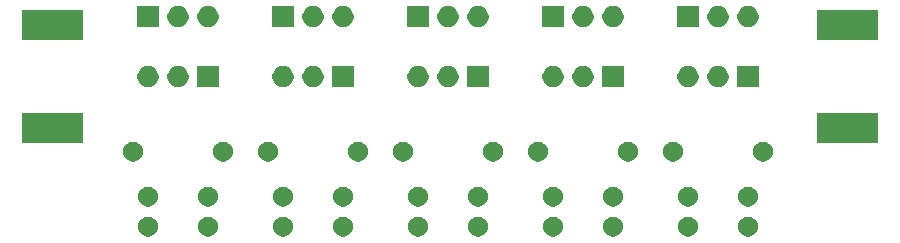
<source format=gbr>
G04 #@! TF.GenerationSoftware,KiCad,Pcbnew,(5.1.5)-3*
G04 #@! TF.CreationDate,2020-04-03T09:15:43-04:00*
G04 #@! TF.ProjectId,Project,50726f6a-6563-4742-9e6b-696361645f70,rev?*
G04 #@! TF.SameCoordinates,Original*
G04 #@! TF.FileFunction,Soldermask,Bot*
G04 #@! TF.FilePolarity,Negative*
%FSLAX46Y46*%
G04 Gerber Fmt 4.6, Leading zero omitted, Abs format (unit mm)*
G04 Created by KiCad (PCBNEW (5.1.5)-3) date 2020-04-03 09:15:43*
%MOMM*%
%LPD*%
G04 APERTURE LIST*
%ADD10C,0.100000*%
G04 APERTURE END LIST*
D10*
G36*
X137408228Y-131261703D02*
G01*
X137563100Y-131325853D01*
X137702481Y-131418985D01*
X137821015Y-131537519D01*
X137914147Y-131676900D01*
X137978297Y-131831772D01*
X138011000Y-131996184D01*
X138011000Y-132163816D01*
X137978297Y-132328228D01*
X137914147Y-132483100D01*
X137821015Y-132622481D01*
X137702481Y-132741015D01*
X137563100Y-132834147D01*
X137408228Y-132898297D01*
X137243816Y-132931000D01*
X137076184Y-132931000D01*
X136911772Y-132898297D01*
X136756900Y-132834147D01*
X136617519Y-132741015D01*
X136498985Y-132622481D01*
X136405853Y-132483100D01*
X136341703Y-132328228D01*
X136309000Y-132163816D01*
X136309000Y-131996184D01*
X136341703Y-131831772D01*
X136405853Y-131676900D01*
X136498985Y-131537519D01*
X136617519Y-131418985D01*
X136756900Y-131325853D01*
X136911772Y-131261703D01*
X137076184Y-131229000D01*
X137243816Y-131229000D01*
X137408228Y-131261703D01*
G37*
G36*
X176778228Y-131261703D02*
G01*
X176933100Y-131325853D01*
X177072481Y-131418985D01*
X177191015Y-131537519D01*
X177284147Y-131676900D01*
X177348297Y-131831772D01*
X177381000Y-131996184D01*
X177381000Y-132163816D01*
X177348297Y-132328228D01*
X177284147Y-132483100D01*
X177191015Y-132622481D01*
X177072481Y-132741015D01*
X176933100Y-132834147D01*
X176778228Y-132898297D01*
X176613816Y-132931000D01*
X176446184Y-132931000D01*
X176281772Y-132898297D01*
X176126900Y-132834147D01*
X175987519Y-132741015D01*
X175868985Y-132622481D01*
X175775853Y-132483100D01*
X175711703Y-132328228D01*
X175679000Y-132163816D01*
X175679000Y-131996184D01*
X175711703Y-131831772D01*
X175775853Y-131676900D01*
X175868985Y-131537519D01*
X175987519Y-131418985D01*
X176126900Y-131325853D01*
X176281772Y-131261703D01*
X176446184Y-131229000D01*
X176613816Y-131229000D01*
X176778228Y-131261703D01*
G37*
G36*
X148838228Y-131261703D02*
G01*
X148993100Y-131325853D01*
X149132481Y-131418985D01*
X149251015Y-131537519D01*
X149344147Y-131676900D01*
X149408297Y-131831772D01*
X149441000Y-131996184D01*
X149441000Y-132163816D01*
X149408297Y-132328228D01*
X149344147Y-132483100D01*
X149251015Y-132622481D01*
X149132481Y-132741015D01*
X148993100Y-132834147D01*
X148838228Y-132898297D01*
X148673816Y-132931000D01*
X148506184Y-132931000D01*
X148341772Y-132898297D01*
X148186900Y-132834147D01*
X148047519Y-132741015D01*
X147928985Y-132622481D01*
X147835853Y-132483100D01*
X147771703Y-132328228D01*
X147739000Y-132163816D01*
X147739000Y-131996184D01*
X147771703Y-131831772D01*
X147835853Y-131676900D01*
X147928985Y-131537519D01*
X148047519Y-131418985D01*
X148186900Y-131325853D01*
X148341772Y-131261703D01*
X148506184Y-131229000D01*
X148673816Y-131229000D01*
X148838228Y-131261703D01*
G37*
G36*
X142488228Y-131261703D02*
G01*
X142643100Y-131325853D01*
X142782481Y-131418985D01*
X142901015Y-131537519D01*
X142994147Y-131676900D01*
X143058297Y-131831772D01*
X143091000Y-131996184D01*
X143091000Y-132163816D01*
X143058297Y-132328228D01*
X142994147Y-132483100D01*
X142901015Y-132622481D01*
X142782481Y-132741015D01*
X142643100Y-132834147D01*
X142488228Y-132898297D01*
X142323816Y-132931000D01*
X142156184Y-132931000D01*
X141991772Y-132898297D01*
X141836900Y-132834147D01*
X141697519Y-132741015D01*
X141578985Y-132622481D01*
X141485853Y-132483100D01*
X141421703Y-132328228D01*
X141389000Y-132163816D01*
X141389000Y-131996184D01*
X141421703Y-131831772D01*
X141485853Y-131676900D01*
X141578985Y-131537519D01*
X141697519Y-131418985D01*
X141836900Y-131325853D01*
X141991772Y-131261703D01*
X142156184Y-131229000D01*
X142323816Y-131229000D01*
X142488228Y-131261703D01*
G37*
G36*
X188208228Y-131261703D02*
G01*
X188363100Y-131325853D01*
X188502481Y-131418985D01*
X188621015Y-131537519D01*
X188714147Y-131676900D01*
X188778297Y-131831772D01*
X188811000Y-131996184D01*
X188811000Y-132163816D01*
X188778297Y-132328228D01*
X188714147Y-132483100D01*
X188621015Y-132622481D01*
X188502481Y-132741015D01*
X188363100Y-132834147D01*
X188208228Y-132898297D01*
X188043816Y-132931000D01*
X187876184Y-132931000D01*
X187711772Y-132898297D01*
X187556900Y-132834147D01*
X187417519Y-132741015D01*
X187298985Y-132622481D01*
X187205853Y-132483100D01*
X187141703Y-132328228D01*
X187109000Y-132163816D01*
X187109000Y-131996184D01*
X187141703Y-131831772D01*
X187205853Y-131676900D01*
X187298985Y-131537519D01*
X187417519Y-131418985D01*
X187556900Y-131325853D01*
X187711772Y-131261703D01*
X187876184Y-131229000D01*
X188043816Y-131229000D01*
X188208228Y-131261703D01*
G37*
G36*
X153918228Y-131261703D02*
G01*
X154073100Y-131325853D01*
X154212481Y-131418985D01*
X154331015Y-131537519D01*
X154424147Y-131676900D01*
X154488297Y-131831772D01*
X154521000Y-131996184D01*
X154521000Y-132163816D01*
X154488297Y-132328228D01*
X154424147Y-132483100D01*
X154331015Y-132622481D01*
X154212481Y-132741015D01*
X154073100Y-132834147D01*
X153918228Y-132898297D01*
X153753816Y-132931000D01*
X153586184Y-132931000D01*
X153421772Y-132898297D01*
X153266900Y-132834147D01*
X153127519Y-132741015D01*
X153008985Y-132622481D01*
X152915853Y-132483100D01*
X152851703Y-132328228D01*
X152819000Y-132163816D01*
X152819000Y-131996184D01*
X152851703Y-131831772D01*
X152915853Y-131676900D01*
X153008985Y-131537519D01*
X153127519Y-131418985D01*
X153266900Y-131325853D01*
X153421772Y-131261703D01*
X153586184Y-131229000D01*
X153753816Y-131229000D01*
X153918228Y-131261703D01*
G37*
G36*
X160268228Y-131261703D02*
G01*
X160423100Y-131325853D01*
X160562481Y-131418985D01*
X160681015Y-131537519D01*
X160774147Y-131676900D01*
X160838297Y-131831772D01*
X160871000Y-131996184D01*
X160871000Y-132163816D01*
X160838297Y-132328228D01*
X160774147Y-132483100D01*
X160681015Y-132622481D01*
X160562481Y-132741015D01*
X160423100Y-132834147D01*
X160268228Y-132898297D01*
X160103816Y-132931000D01*
X159936184Y-132931000D01*
X159771772Y-132898297D01*
X159616900Y-132834147D01*
X159477519Y-132741015D01*
X159358985Y-132622481D01*
X159265853Y-132483100D01*
X159201703Y-132328228D01*
X159169000Y-132163816D01*
X159169000Y-131996184D01*
X159201703Y-131831772D01*
X159265853Y-131676900D01*
X159358985Y-131537519D01*
X159477519Y-131418985D01*
X159616900Y-131325853D01*
X159771772Y-131261703D01*
X159936184Y-131229000D01*
X160103816Y-131229000D01*
X160268228Y-131261703D01*
G37*
G36*
X171698228Y-131261703D02*
G01*
X171853100Y-131325853D01*
X171992481Y-131418985D01*
X172111015Y-131537519D01*
X172204147Y-131676900D01*
X172268297Y-131831772D01*
X172301000Y-131996184D01*
X172301000Y-132163816D01*
X172268297Y-132328228D01*
X172204147Y-132483100D01*
X172111015Y-132622481D01*
X171992481Y-132741015D01*
X171853100Y-132834147D01*
X171698228Y-132898297D01*
X171533816Y-132931000D01*
X171366184Y-132931000D01*
X171201772Y-132898297D01*
X171046900Y-132834147D01*
X170907519Y-132741015D01*
X170788985Y-132622481D01*
X170695853Y-132483100D01*
X170631703Y-132328228D01*
X170599000Y-132163816D01*
X170599000Y-131996184D01*
X170631703Y-131831772D01*
X170695853Y-131676900D01*
X170788985Y-131537519D01*
X170907519Y-131418985D01*
X171046900Y-131325853D01*
X171201772Y-131261703D01*
X171366184Y-131229000D01*
X171533816Y-131229000D01*
X171698228Y-131261703D01*
G37*
G36*
X165348228Y-131261703D02*
G01*
X165503100Y-131325853D01*
X165642481Y-131418985D01*
X165761015Y-131537519D01*
X165854147Y-131676900D01*
X165918297Y-131831772D01*
X165951000Y-131996184D01*
X165951000Y-132163816D01*
X165918297Y-132328228D01*
X165854147Y-132483100D01*
X165761015Y-132622481D01*
X165642481Y-132741015D01*
X165503100Y-132834147D01*
X165348228Y-132898297D01*
X165183816Y-132931000D01*
X165016184Y-132931000D01*
X164851772Y-132898297D01*
X164696900Y-132834147D01*
X164557519Y-132741015D01*
X164438985Y-132622481D01*
X164345853Y-132483100D01*
X164281703Y-132328228D01*
X164249000Y-132163816D01*
X164249000Y-131996184D01*
X164281703Y-131831772D01*
X164345853Y-131676900D01*
X164438985Y-131537519D01*
X164557519Y-131418985D01*
X164696900Y-131325853D01*
X164851772Y-131261703D01*
X165016184Y-131229000D01*
X165183816Y-131229000D01*
X165348228Y-131261703D01*
G37*
G36*
X183128228Y-131261703D02*
G01*
X183283100Y-131325853D01*
X183422481Y-131418985D01*
X183541015Y-131537519D01*
X183634147Y-131676900D01*
X183698297Y-131831772D01*
X183731000Y-131996184D01*
X183731000Y-132163816D01*
X183698297Y-132328228D01*
X183634147Y-132483100D01*
X183541015Y-132622481D01*
X183422481Y-132741015D01*
X183283100Y-132834147D01*
X183128228Y-132898297D01*
X182963816Y-132931000D01*
X182796184Y-132931000D01*
X182631772Y-132898297D01*
X182476900Y-132834147D01*
X182337519Y-132741015D01*
X182218985Y-132622481D01*
X182125853Y-132483100D01*
X182061703Y-132328228D01*
X182029000Y-132163816D01*
X182029000Y-131996184D01*
X182061703Y-131831772D01*
X182125853Y-131676900D01*
X182218985Y-131537519D01*
X182337519Y-131418985D01*
X182476900Y-131325853D01*
X182631772Y-131261703D01*
X182796184Y-131229000D01*
X182963816Y-131229000D01*
X183128228Y-131261703D01*
G37*
G36*
X137408228Y-128721703D02*
G01*
X137563100Y-128785853D01*
X137702481Y-128878985D01*
X137821015Y-128997519D01*
X137914147Y-129136900D01*
X137978297Y-129291772D01*
X138011000Y-129456184D01*
X138011000Y-129623816D01*
X137978297Y-129788228D01*
X137914147Y-129943100D01*
X137821015Y-130082481D01*
X137702481Y-130201015D01*
X137563100Y-130294147D01*
X137408228Y-130358297D01*
X137243816Y-130391000D01*
X137076184Y-130391000D01*
X136911772Y-130358297D01*
X136756900Y-130294147D01*
X136617519Y-130201015D01*
X136498985Y-130082481D01*
X136405853Y-129943100D01*
X136341703Y-129788228D01*
X136309000Y-129623816D01*
X136309000Y-129456184D01*
X136341703Y-129291772D01*
X136405853Y-129136900D01*
X136498985Y-128997519D01*
X136617519Y-128878985D01*
X136756900Y-128785853D01*
X136911772Y-128721703D01*
X137076184Y-128689000D01*
X137243816Y-128689000D01*
X137408228Y-128721703D01*
G37*
G36*
X183128228Y-128721703D02*
G01*
X183283100Y-128785853D01*
X183422481Y-128878985D01*
X183541015Y-128997519D01*
X183634147Y-129136900D01*
X183698297Y-129291772D01*
X183731000Y-129456184D01*
X183731000Y-129623816D01*
X183698297Y-129788228D01*
X183634147Y-129943100D01*
X183541015Y-130082481D01*
X183422481Y-130201015D01*
X183283100Y-130294147D01*
X183128228Y-130358297D01*
X182963816Y-130391000D01*
X182796184Y-130391000D01*
X182631772Y-130358297D01*
X182476900Y-130294147D01*
X182337519Y-130201015D01*
X182218985Y-130082481D01*
X182125853Y-129943100D01*
X182061703Y-129788228D01*
X182029000Y-129623816D01*
X182029000Y-129456184D01*
X182061703Y-129291772D01*
X182125853Y-129136900D01*
X182218985Y-128997519D01*
X182337519Y-128878985D01*
X182476900Y-128785853D01*
X182631772Y-128721703D01*
X182796184Y-128689000D01*
X182963816Y-128689000D01*
X183128228Y-128721703D01*
G37*
G36*
X148838228Y-128721703D02*
G01*
X148993100Y-128785853D01*
X149132481Y-128878985D01*
X149251015Y-128997519D01*
X149344147Y-129136900D01*
X149408297Y-129291772D01*
X149441000Y-129456184D01*
X149441000Y-129623816D01*
X149408297Y-129788228D01*
X149344147Y-129943100D01*
X149251015Y-130082481D01*
X149132481Y-130201015D01*
X148993100Y-130294147D01*
X148838228Y-130358297D01*
X148673816Y-130391000D01*
X148506184Y-130391000D01*
X148341772Y-130358297D01*
X148186900Y-130294147D01*
X148047519Y-130201015D01*
X147928985Y-130082481D01*
X147835853Y-129943100D01*
X147771703Y-129788228D01*
X147739000Y-129623816D01*
X147739000Y-129456184D01*
X147771703Y-129291772D01*
X147835853Y-129136900D01*
X147928985Y-128997519D01*
X148047519Y-128878985D01*
X148186900Y-128785853D01*
X148341772Y-128721703D01*
X148506184Y-128689000D01*
X148673816Y-128689000D01*
X148838228Y-128721703D01*
G37*
G36*
X142488228Y-128721703D02*
G01*
X142643100Y-128785853D01*
X142782481Y-128878985D01*
X142901015Y-128997519D01*
X142994147Y-129136900D01*
X143058297Y-129291772D01*
X143091000Y-129456184D01*
X143091000Y-129623816D01*
X143058297Y-129788228D01*
X142994147Y-129943100D01*
X142901015Y-130082481D01*
X142782481Y-130201015D01*
X142643100Y-130294147D01*
X142488228Y-130358297D01*
X142323816Y-130391000D01*
X142156184Y-130391000D01*
X141991772Y-130358297D01*
X141836900Y-130294147D01*
X141697519Y-130201015D01*
X141578985Y-130082481D01*
X141485853Y-129943100D01*
X141421703Y-129788228D01*
X141389000Y-129623816D01*
X141389000Y-129456184D01*
X141421703Y-129291772D01*
X141485853Y-129136900D01*
X141578985Y-128997519D01*
X141697519Y-128878985D01*
X141836900Y-128785853D01*
X141991772Y-128721703D01*
X142156184Y-128689000D01*
X142323816Y-128689000D01*
X142488228Y-128721703D01*
G37*
G36*
X153918228Y-128721703D02*
G01*
X154073100Y-128785853D01*
X154212481Y-128878985D01*
X154331015Y-128997519D01*
X154424147Y-129136900D01*
X154488297Y-129291772D01*
X154521000Y-129456184D01*
X154521000Y-129623816D01*
X154488297Y-129788228D01*
X154424147Y-129943100D01*
X154331015Y-130082481D01*
X154212481Y-130201015D01*
X154073100Y-130294147D01*
X153918228Y-130358297D01*
X153753816Y-130391000D01*
X153586184Y-130391000D01*
X153421772Y-130358297D01*
X153266900Y-130294147D01*
X153127519Y-130201015D01*
X153008985Y-130082481D01*
X152915853Y-129943100D01*
X152851703Y-129788228D01*
X152819000Y-129623816D01*
X152819000Y-129456184D01*
X152851703Y-129291772D01*
X152915853Y-129136900D01*
X153008985Y-128997519D01*
X153127519Y-128878985D01*
X153266900Y-128785853D01*
X153421772Y-128721703D01*
X153586184Y-128689000D01*
X153753816Y-128689000D01*
X153918228Y-128721703D01*
G37*
G36*
X160268228Y-128721703D02*
G01*
X160423100Y-128785853D01*
X160562481Y-128878985D01*
X160681015Y-128997519D01*
X160774147Y-129136900D01*
X160838297Y-129291772D01*
X160871000Y-129456184D01*
X160871000Y-129623816D01*
X160838297Y-129788228D01*
X160774147Y-129943100D01*
X160681015Y-130082481D01*
X160562481Y-130201015D01*
X160423100Y-130294147D01*
X160268228Y-130358297D01*
X160103816Y-130391000D01*
X159936184Y-130391000D01*
X159771772Y-130358297D01*
X159616900Y-130294147D01*
X159477519Y-130201015D01*
X159358985Y-130082481D01*
X159265853Y-129943100D01*
X159201703Y-129788228D01*
X159169000Y-129623816D01*
X159169000Y-129456184D01*
X159201703Y-129291772D01*
X159265853Y-129136900D01*
X159358985Y-128997519D01*
X159477519Y-128878985D01*
X159616900Y-128785853D01*
X159771772Y-128721703D01*
X159936184Y-128689000D01*
X160103816Y-128689000D01*
X160268228Y-128721703D01*
G37*
G36*
X188208228Y-128721703D02*
G01*
X188363100Y-128785853D01*
X188502481Y-128878985D01*
X188621015Y-128997519D01*
X188714147Y-129136900D01*
X188778297Y-129291772D01*
X188811000Y-129456184D01*
X188811000Y-129623816D01*
X188778297Y-129788228D01*
X188714147Y-129943100D01*
X188621015Y-130082481D01*
X188502481Y-130201015D01*
X188363100Y-130294147D01*
X188208228Y-130358297D01*
X188043816Y-130391000D01*
X187876184Y-130391000D01*
X187711772Y-130358297D01*
X187556900Y-130294147D01*
X187417519Y-130201015D01*
X187298985Y-130082481D01*
X187205853Y-129943100D01*
X187141703Y-129788228D01*
X187109000Y-129623816D01*
X187109000Y-129456184D01*
X187141703Y-129291772D01*
X187205853Y-129136900D01*
X187298985Y-128997519D01*
X187417519Y-128878985D01*
X187556900Y-128785853D01*
X187711772Y-128721703D01*
X187876184Y-128689000D01*
X188043816Y-128689000D01*
X188208228Y-128721703D01*
G37*
G36*
X165348228Y-128721703D02*
G01*
X165503100Y-128785853D01*
X165642481Y-128878985D01*
X165761015Y-128997519D01*
X165854147Y-129136900D01*
X165918297Y-129291772D01*
X165951000Y-129456184D01*
X165951000Y-129623816D01*
X165918297Y-129788228D01*
X165854147Y-129943100D01*
X165761015Y-130082481D01*
X165642481Y-130201015D01*
X165503100Y-130294147D01*
X165348228Y-130358297D01*
X165183816Y-130391000D01*
X165016184Y-130391000D01*
X164851772Y-130358297D01*
X164696900Y-130294147D01*
X164557519Y-130201015D01*
X164438985Y-130082481D01*
X164345853Y-129943100D01*
X164281703Y-129788228D01*
X164249000Y-129623816D01*
X164249000Y-129456184D01*
X164281703Y-129291772D01*
X164345853Y-129136900D01*
X164438985Y-128997519D01*
X164557519Y-128878985D01*
X164696900Y-128785853D01*
X164851772Y-128721703D01*
X165016184Y-128689000D01*
X165183816Y-128689000D01*
X165348228Y-128721703D01*
G37*
G36*
X171698228Y-128721703D02*
G01*
X171853100Y-128785853D01*
X171992481Y-128878985D01*
X172111015Y-128997519D01*
X172204147Y-129136900D01*
X172268297Y-129291772D01*
X172301000Y-129456184D01*
X172301000Y-129623816D01*
X172268297Y-129788228D01*
X172204147Y-129943100D01*
X172111015Y-130082481D01*
X171992481Y-130201015D01*
X171853100Y-130294147D01*
X171698228Y-130358297D01*
X171533816Y-130391000D01*
X171366184Y-130391000D01*
X171201772Y-130358297D01*
X171046900Y-130294147D01*
X170907519Y-130201015D01*
X170788985Y-130082481D01*
X170695853Y-129943100D01*
X170631703Y-129788228D01*
X170599000Y-129623816D01*
X170599000Y-129456184D01*
X170631703Y-129291772D01*
X170695853Y-129136900D01*
X170788985Y-128997519D01*
X170907519Y-128878985D01*
X171046900Y-128785853D01*
X171201772Y-128721703D01*
X171366184Y-128689000D01*
X171533816Y-128689000D01*
X171698228Y-128721703D01*
G37*
G36*
X176778228Y-128721703D02*
G01*
X176933100Y-128785853D01*
X177072481Y-128878985D01*
X177191015Y-128997519D01*
X177284147Y-129136900D01*
X177348297Y-129291772D01*
X177381000Y-129456184D01*
X177381000Y-129623816D01*
X177348297Y-129788228D01*
X177284147Y-129943100D01*
X177191015Y-130082481D01*
X177072481Y-130201015D01*
X176933100Y-130294147D01*
X176778228Y-130358297D01*
X176613816Y-130391000D01*
X176446184Y-130391000D01*
X176281772Y-130358297D01*
X176126900Y-130294147D01*
X175987519Y-130201015D01*
X175868985Y-130082481D01*
X175775853Y-129943100D01*
X175711703Y-129788228D01*
X175679000Y-129623816D01*
X175679000Y-129456184D01*
X175711703Y-129291772D01*
X175775853Y-129136900D01*
X175868985Y-128997519D01*
X175987519Y-128878985D01*
X176126900Y-128785853D01*
X176281772Y-128721703D01*
X176446184Y-128689000D01*
X176613816Y-128689000D01*
X176778228Y-128721703D01*
G37*
G36*
X189478228Y-124911703D02*
G01*
X189633100Y-124975853D01*
X189772481Y-125068985D01*
X189891015Y-125187519D01*
X189984147Y-125326900D01*
X190048297Y-125481772D01*
X190081000Y-125646184D01*
X190081000Y-125813816D01*
X190048297Y-125978228D01*
X189984147Y-126133100D01*
X189891015Y-126272481D01*
X189772481Y-126391015D01*
X189633100Y-126484147D01*
X189478228Y-126548297D01*
X189313816Y-126581000D01*
X189146184Y-126581000D01*
X188981772Y-126548297D01*
X188826900Y-126484147D01*
X188687519Y-126391015D01*
X188568985Y-126272481D01*
X188475853Y-126133100D01*
X188411703Y-125978228D01*
X188379000Y-125813816D01*
X188379000Y-125646184D01*
X188411703Y-125481772D01*
X188475853Y-125326900D01*
X188568985Y-125187519D01*
X188687519Y-125068985D01*
X188826900Y-124975853D01*
X188981772Y-124911703D01*
X189146184Y-124879000D01*
X189313816Y-124879000D01*
X189478228Y-124911703D01*
G37*
G36*
X136138228Y-124911703D02*
G01*
X136293100Y-124975853D01*
X136432481Y-125068985D01*
X136551015Y-125187519D01*
X136644147Y-125326900D01*
X136708297Y-125481772D01*
X136741000Y-125646184D01*
X136741000Y-125813816D01*
X136708297Y-125978228D01*
X136644147Y-126133100D01*
X136551015Y-126272481D01*
X136432481Y-126391015D01*
X136293100Y-126484147D01*
X136138228Y-126548297D01*
X135973816Y-126581000D01*
X135806184Y-126581000D01*
X135641772Y-126548297D01*
X135486900Y-126484147D01*
X135347519Y-126391015D01*
X135228985Y-126272481D01*
X135135853Y-126133100D01*
X135071703Y-125978228D01*
X135039000Y-125813816D01*
X135039000Y-125646184D01*
X135071703Y-125481772D01*
X135135853Y-125326900D01*
X135228985Y-125187519D01*
X135347519Y-125068985D01*
X135486900Y-124975853D01*
X135641772Y-124911703D01*
X135806184Y-124879000D01*
X135973816Y-124879000D01*
X136138228Y-124911703D01*
G37*
G36*
X143758228Y-124911703D02*
G01*
X143913100Y-124975853D01*
X144052481Y-125068985D01*
X144171015Y-125187519D01*
X144264147Y-125326900D01*
X144328297Y-125481772D01*
X144361000Y-125646184D01*
X144361000Y-125813816D01*
X144328297Y-125978228D01*
X144264147Y-126133100D01*
X144171015Y-126272481D01*
X144052481Y-126391015D01*
X143913100Y-126484147D01*
X143758228Y-126548297D01*
X143593816Y-126581000D01*
X143426184Y-126581000D01*
X143261772Y-126548297D01*
X143106900Y-126484147D01*
X142967519Y-126391015D01*
X142848985Y-126272481D01*
X142755853Y-126133100D01*
X142691703Y-125978228D01*
X142659000Y-125813816D01*
X142659000Y-125646184D01*
X142691703Y-125481772D01*
X142755853Y-125326900D01*
X142848985Y-125187519D01*
X142967519Y-125068985D01*
X143106900Y-124975853D01*
X143261772Y-124911703D01*
X143426184Y-124879000D01*
X143593816Y-124879000D01*
X143758228Y-124911703D01*
G37*
G36*
X147568228Y-124911703D02*
G01*
X147723100Y-124975853D01*
X147862481Y-125068985D01*
X147981015Y-125187519D01*
X148074147Y-125326900D01*
X148138297Y-125481772D01*
X148171000Y-125646184D01*
X148171000Y-125813816D01*
X148138297Y-125978228D01*
X148074147Y-126133100D01*
X147981015Y-126272481D01*
X147862481Y-126391015D01*
X147723100Y-126484147D01*
X147568228Y-126548297D01*
X147403816Y-126581000D01*
X147236184Y-126581000D01*
X147071772Y-126548297D01*
X146916900Y-126484147D01*
X146777519Y-126391015D01*
X146658985Y-126272481D01*
X146565853Y-126133100D01*
X146501703Y-125978228D01*
X146469000Y-125813816D01*
X146469000Y-125646184D01*
X146501703Y-125481772D01*
X146565853Y-125326900D01*
X146658985Y-125187519D01*
X146777519Y-125068985D01*
X146916900Y-124975853D01*
X147071772Y-124911703D01*
X147236184Y-124879000D01*
X147403816Y-124879000D01*
X147568228Y-124911703D01*
G37*
G36*
X155188228Y-124911703D02*
G01*
X155343100Y-124975853D01*
X155482481Y-125068985D01*
X155601015Y-125187519D01*
X155694147Y-125326900D01*
X155758297Y-125481772D01*
X155791000Y-125646184D01*
X155791000Y-125813816D01*
X155758297Y-125978228D01*
X155694147Y-126133100D01*
X155601015Y-126272481D01*
X155482481Y-126391015D01*
X155343100Y-126484147D01*
X155188228Y-126548297D01*
X155023816Y-126581000D01*
X154856184Y-126581000D01*
X154691772Y-126548297D01*
X154536900Y-126484147D01*
X154397519Y-126391015D01*
X154278985Y-126272481D01*
X154185853Y-126133100D01*
X154121703Y-125978228D01*
X154089000Y-125813816D01*
X154089000Y-125646184D01*
X154121703Y-125481772D01*
X154185853Y-125326900D01*
X154278985Y-125187519D01*
X154397519Y-125068985D01*
X154536900Y-124975853D01*
X154691772Y-124911703D01*
X154856184Y-124879000D01*
X155023816Y-124879000D01*
X155188228Y-124911703D01*
G37*
G36*
X158998228Y-124911703D02*
G01*
X159153100Y-124975853D01*
X159292481Y-125068985D01*
X159411015Y-125187519D01*
X159504147Y-125326900D01*
X159568297Y-125481772D01*
X159601000Y-125646184D01*
X159601000Y-125813816D01*
X159568297Y-125978228D01*
X159504147Y-126133100D01*
X159411015Y-126272481D01*
X159292481Y-126391015D01*
X159153100Y-126484147D01*
X158998228Y-126548297D01*
X158833816Y-126581000D01*
X158666184Y-126581000D01*
X158501772Y-126548297D01*
X158346900Y-126484147D01*
X158207519Y-126391015D01*
X158088985Y-126272481D01*
X157995853Y-126133100D01*
X157931703Y-125978228D01*
X157899000Y-125813816D01*
X157899000Y-125646184D01*
X157931703Y-125481772D01*
X157995853Y-125326900D01*
X158088985Y-125187519D01*
X158207519Y-125068985D01*
X158346900Y-124975853D01*
X158501772Y-124911703D01*
X158666184Y-124879000D01*
X158833816Y-124879000D01*
X158998228Y-124911703D01*
G37*
G36*
X166618228Y-124911703D02*
G01*
X166773100Y-124975853D01*
X166912481Y-125068985D01*
X167031015Y-125187519D01*
X167124147Y-125326900D01*
X167188297Y-125481772D01*
X167221000Y-125646184D01*
X167221000Y-125813816D01*
X167188297Y-125978228D01*
X167124147Y-126133100D01*
X167031015Y-126272481D01*
X166912481Y-126391015D01*
X166773100Y-126484147D01*
X166618228Y-126548297D01*
X166453816Y-126581000D01*
X166286184Y-126581000D01*
X166121772Y-126548297D01*
X165966900Y-126484147D01*
X165827519Y-126391015D01*
X165708985Y-126272481D01*
X165615853Y-126133100D01*
X165551703Y-125978228D01*
X165519000Y-125813816D01*
X165519000Y-125646184D01*
X165551703Y-125481772D01*
X165615853Y-125326900D01*
X165708985Y-125187519D01*
X165827519Y-125068985D01*
X165966900Y-124975853D01*
X166121772Y-124911703D01*
X166286184Y-124879000D01*
X166453816Y-124879000D01*
X166618228Y-124911703D01*
G37*
G36*
X170428228Y-124911703D02*
G01*
X170583100Y-124975853D01*
X170722481Y-125068985D01*
X170841015Y-125187519D01*
X170934147Y-125326900D01*
X170998297Y-125481772D01*
X171031000Y-125646184D01*
X171031000Y-125813816D01*
X170998297Y-125978228D01*
X170934147Y-126133100D01*
X170841015Y-126272481D01*
X170722481Y-126391015D01*
X170583100Y-126484147D01*
X170428228Y-126548297D01*
X170263816Y-126581000D01*
X170096184Y-126581000D01*
X169931772Y-126548297D01*
X169776900Y-126484147D01*
X169637519Y-126391015D01*
X169518985Y-126272481D01*
X169425853Y-126133100D01*
X169361703Y-125978228D01*
X169329000Y-125813816D01*
X169329000Y-125646184D01*
X169361703Y-125481772D01*
X169425853Y-125326900D01*
X169518985Y-125187519D01*
X169637519Y-125068985D01*
X169776900Y-124975853D01*
X169931772Y-124911703D01*
X170096184Y-124879000D01*
X170263816Y-124879000D01*
X170428228Y-124911703D01*
G37*
G36*
X178048228Y-124911703D02*
G01*
X178203100Y-124975853D01*
X178342481Y-125068985D01*
X178461015Y-125187519D01*
X178554147Y-125326900D01*
X178618297Y-125481772D01*
X178651000Y-125646184D01*
X178651000Y-125813816D01*
X178618297Y-125978228D01*
X178554147Y-126133100D01*
X178461015Y-126272481D01*
X178342481Y-126391015D01*
X178203100Y-126484147D01*
X178048228Y-126548297D01*
X177883816Y-126581000D01*
X177716184Y-126581000D01*
X177551772Y-126548297D01*
X177396900Y-126484147D01*
X177257519Y-126391015D01*
X177138985Y-126272481D01*
X177045853Y-126133100D01*
X176981703Y-125978228D01*
X176949000Y-125813816D01*
X176949000Y-125646184D01*
X176981703Y-125481772D01*
X177045853Y-125326900D01*
X177138985Y-125187519D01*
X177257519Y-125068985D01*
X177396900Y-124975853D01*
X177551772Y-124911703D01*
X177716184Y-124879000D01*
X177883816Y-124879000D01*
X178048228Y-124911703D01*
G37*
G36*
X181858228Y-124911703D02*
G01*
X182013100Y-124975853D01*
X182152481Y-125068985D01*
X182271015Y-125187519D01*
X182364147Y-125326900D01*
X182428297Y-125481772D01*
X182461000Y-125646184D01*
X182461000Y-125813816D01*
X182428297Y-125978228D01*
X182364147Y-126133100D01*
X182271015Y-126272481D01*
X182152481Y-126391015D01*
X182013100Y-126484147D01*
X181858228Y-126548297D01*
X181693816Y-126581000D01*
X181526184Y-126581000D01*
X181361772Y-126548297D01*
X181206900Y-126484147D01*
X181067519Y-126391015D01*
X180948985Y-126272481D01*
X180855853Y-126133100D01*
X180791703Y-125978228D01*
X180759000Y-125813816D01*
X180759000Y-125646184D01*
X180791703Y-125481772D01*
X180855853Y-125326900D01*
X180948985Y-125187519D01*
X181067519Y-125068985D01*
X181206900Y-124975853D01*
X181361772Y-124911703D01*
X181526184Y-124879000D01*
X181693816Y-124879000D01*
X181858228Y-124911703D01*
G37*
G36*
X131681000Y-125021000D02*
G01*
X126499000Y-125021000D01*
X126499000Y-122499000D01*
X131681000Y-122499000D01*
X131681000Y-125021000D01*
G37*
G36*
X199011000Y-125021000D02*
G01*
X193829000Y-125021000D01*
X193829000Y-122499000D01*
X199011000Y-122499000D01*
X199011000Y-125021000D01*
G37*
G36*
X188861000Y-120281000D02*
G01*
X187059000Y-120281000D01*
X187059000Y-118479000D01*
X188861000Y-118479000D01*
X188861000Y-120281000D01*
G37*
G36*
X185533512Y-118483927D02*
G01*
X185682812Y-118513624D01*
X185846784Y-118581544D01*
X185994354Y-118680147D01*
X186119853Y-118805646D01*
X186218456Y-118953216D01*
X186286376Y-119117188D01*
X186321000Y-119291259D01*
X186321000Y-119468741D01*
X186286376Y-119642812D01*
X186218456Y-119806784D01*
X186119853Y-119954354D01*
X185994354Y-120079853D01*
X185846784Y-120178456D01*
X185682812Y-120246376D01*
X185533512Y-120276073D01*
X185508742Y-120281000D01*
X185331258Y-120281000D01*
X185306488Y-120276073D01*
X185157188Y-120246376D01*
X184993216Y-120178456D01*
X184845646Y-120079853D01*
X184720147Y-119954354D01*
X184621544Y-119806784D01*
X184553624Y-119642812D01*
X184519000Y-119468741D01*
X184519000Y-119291259D01*
X184553624Y-119117188D01*
X184621544Y-118953216D01*
X184720147Y-118805646D01*
X184845646Y-118680147D01*
X184993216Y-118581544D01*
X185157188Y-118513624D01*
X185306488Y-118483927D01*
X185331258Y-118479000D01*
X185508742Y-118479000D01*
X185533512Y-118483927D01*
G37*
G36*
X182993512Y-118483927D02*
G01*
X183142812Y-118513624D01*
X183306784Y-118581544D01*
X183454354Y-118680147D01*
X183579853Y-118805646D01*
X183678456Y-118953216D01*
X183746376Y-119117188D01*
X183781000Y-119291259D01*
X183781000Y-119468741D01*
X183746376Y-119642812D01*
X183678456Y-119806784D01*
X183579853Y-119954354D01*
X183454354Y-120079853D01*
X183306784Y-120178456D01*
X183142812Y-120246376D01*
X182993512Y-120276073D01*
X182968742Y-120281000D01*
X182791258Y-120281000D01*
X182766488Y-120276073D01*
X182617188Y-120246376D01*
X182453216Y-120178456D01*
X182305646Y-120079853D01*
X182180147Y-119954354D01*
X182081544Y-119806784D01*
X182013624Y-119642812D01*
X181979000Y-119468741D01*
X181979000Y-119291259D01*
X182013624Y-119117188D01*
X182081544Y-118953216D01*
X182180147Y-118805646D01*
X182305646Y-118680147D01*
X182453216Y-118581544D01*
X182617188Y-118513624D01*
X182766488Y-118483927D01*
X182791258Y-118479000D01*
X182968742Y-118479000D01*
X182993512Y-118483927D01*
G37*
G36*
X177431000Y-120281000D02*
G01*
X175629000Y-120281000D01*
X175629000Y-118479000D01*
X177431000Y-118479000D01*
X177431000Y-120281000D01*
G37*
G36*
X174103512Y-118483927D02*
G01*
X174252812Y-118513624D01*
X174416784Y-118581544D01*
X174564354Y-118680147D01*
X174689853Y-118805646D01*
X174788456Y-118953216D01*
X174856376Y-119117188D01*
X174891000Y-119291259D01*
X174891000Y-119468741D01*
X174856376Y-119642812D01*
X174788456Y-119806784D01*
X174689853Y-119954354D01*
X174564354Y-120079853D01*
X174416784Y-120178456D01*
X174252812Y-120246376D01*
X174103512Y-120276073D01*
X174078742Y-120281000D01*
X173901258Y-120281000D01*
X173876488Y-120276073D01*
X173727188Y-120246376D01*
X173563216Y-120178456D01*
X173415646Y-120079853D01*
X173290147Y-119954354D01*
X173191544Y-119806784D01*
X173123624Y-119642812D01*
X173089000Y-119468741D01*
X173089000Y-119291259D01*
X173123624Y-119117188D01*
X173191544Y-118953216D01*
X173290147Y-118805646D01*
X173415646Y-118680147D01*
X173563216Y-118581544D01*
X173727188Y-118513624D01*
X173876488Y-118483927D01*
X173901258Y-118479000D01*
X174078742Y-118479000D01*
X174103512Y-118483927D01*
G37*
G36*
X171563512Y-118483927D02*
G01*
X171712812Y-118513624D01*
X171876784Y-118581544D01*
X172024354Y-118680147D01*
X172149853Y-118805646D01*
X172248456Y-118953216D01*
X172316376Y-119117188D01*
X172351000Y-119291259D01*
X172351000Y-119468741D01*
X172316376Y-119642812D01*
X172248456Y-119806784D01*
X172149853Y-119954354D01*
X172024354Y-120079853D01*
X171876784Y-120178456D01*
X171712812Y-120246376D01*
X171563512Y-120276073D01*
X171538742Y-120281000D01*
X171361258Y-120281000D01*
X171336488Y-120276073D01*
X171187188Y-120246376D01*
X171023216Y-120178456D01*
X170875646Y-120079853D01*
X170750147Y-119954354D01*
X170651544Y-119806784D01*
X170583624Y-119642812D01*
X170549000Y-119468741D01*
X170549000Y-119291259D01*
X170583624Y-119117188D01*
X170651544Y-118953216D01*
X170750147Y-118805646D01*
X170875646Y-118680147D01*
X171023216Y-118581544D01*
X171187188Y-118513624D01*
X171336488Y-118483927D01*
X171361258Y-118479000D01*
X171538742Y-118479000D01*
X171563512Y-118483927D01*
G37*
G36*
X166001000Y-120281000D02*
G01*
X164199000Y-120281000D01*
X164199000Y-118479000D01*
X166001000Y-118479000D01*
X166001000Y-120281000D01*
G37*
G36*
X162673512Y-118483927D02*
G01*
X162822812Y-118513624D01*
X162986784Y-118581544D01*
X163134354Y-118680147D01*
X163259853Y-118805646D01*
X163358456Y-118953216D01*
X163426376Y-119117188D01*
X163461000Y-119291259D01*
X163461000Y-119468741D01*
X163426376Y-119642812D01*
X163358456Y-119806784D01*
X163259853Y-119954354D01*
X163134354Y-120079853D01*
X162986784Y-120178456D01*
X162822812Y-120246376D01*
X162673512Y-120276073D01*
X162648742Y-120281000D01*
X162471258Y-120281000D01*
X162446488Y-120276073D01*
X162297188Y-120246376D01*
X162133216Y-120178456D01*
X161985646Y-120079853D01*
X161860147Y-119954354D01*
X161761544Y-119806784D01*
X161693624Y-119642812D01*
X161659000Y-119468741D01*
X161659000Y-119291259D01*
X161693624Y-119117188D01*
X161761544Y-118953216D01*
X161860147Y-118805646D01*
X161985646Y-118680147D01*
X162133216Y-118581544D01*
X162297188Y-118513624D01*
X162446488Y-118483927D01*
X162471258Y-118479000D01*
X162648742Y-118479000D01*
X162673512Y-118483927D01*
G37*
G36*
X154571000Y-120281000D02*
G01*
X152769000Y-120281000D01*
X152769000Y-118479000D01*
X154571000Y-118479000D01*
X154571000Y-120281000D01*
G37*
G36*
X151243512Y-118483927D02*
G01*
X151392812Y-118513624D01*
X151556784Y-118581544D01*
X151704354Y-118680147D01*
X151829853Y-118805646D01*
X151928456Y-118953216D01*
X151996376Y-119117188D01*
X152031000Y-119291259D01*
X152031000Y-119468741D01*
X151996376Y-119642812D01*
X151928456Y-119806784D01*
X151829853Y-119954354D01*
X151704354Y-120079853D01*
X151556784Y-120178456D01*
X151392812Y-120246376D01*
X151243512Y-120276073D01*
X151218742Y-120281000D01*
X151041258Y-120281000D01*
X151016488Y-120276073D01*
X150867188Y-120246376D01*
X150703216Y-120178456D01*
X150555646Y-120079853D01*
X150430147Y-119954354D01*
X150331544Y-119806784D01*
X150263624Y-119642812D01*
X150229000Y-119468741D01*
X150229000Y-119291259D01*
X150263624Y-119117188D01*
X150331544Y-118953216D01*
X150430147Y-118805646D01*
X150555646Y-118680147D01*
X150703216Y-118581544D01*
X150867188Y-118513624D01*
X151016488Y-118483927D01*
X151041258Y-118479000D01*
X151218742Y-118479000D01*
X151243512Y-118483927D01*
G37*
G36*
X148703512Y-118483927D02*
G01*
X148852812Y-118513624D01*
X149016784Y-118581544D01*
X149164354Y-118680147D01*
X149289853Y-118805646D01*
X149388456Y-118953216D01*
X149456376Y-119117188D01*
X149491000Y-119291259D01*
X149491000Y-119468741D01*
X149456376Y-119642812D01*
X149388456Y-119806784D01*
X149289853Y-119954354D01*
X149164354Y-120079853D01*
X149016784Y-120178456D01*
X148852812Y-120246376D01*
X148703512Y-120276073D01*
X148678742Y-120281000D01*
X148501258Y-120281000D01*
X148476488Y-120276073D01*
X148327188Y-120246376D01*
X148163216Y-120178456D01*
X148015646Y-120079853D01*
X147890147Y-119954354D01*
X147791544Y-119806784D01*
X147723624Y-119642812D01*
X147689000Y-119468741D01*
X147689000Y-119291259D01*
X147723624Y-119117188D01*
X147791544Y-118953216D01*
X147890147Y-118805646D01*
X148015646Y-118680147D01*
X148163216Y-118581544D01*
X148327188Y-118513624D01*
X148476488Y-118483927D01*
X148501258Y-118479000D01*
X148678742Y-118479000D01*
X148703512Y-118483927D01*
G37*
G36*
X137273512Y-118483927D02*
G01*
X137422812Y-118513624D01*
X137586784Y-118581544D01*
X137734354Y-118680147D01*
X137859853Y-118805646D01*
X137958456Y-118953216D01*
X138026376Y-119117188D01*
X138061000Y-119291259D01*
X138061000Y-119468741D01*
X138026376Y-119642812D01*
X137958456Y-119806784D01*
X137859853Y-119954354D01*
X137734354Y-120079853D01*
X137586784Y-120178456D01*
X137422812Y-120246376D01*
X137273512Y-120276073D01*
X137248742Y-120281000D01*
X137071258Y-120281000D01*
X137046488Y-120276073D01*
X136897188Y-120246376D01*
X136733216Y-120178456D01*
X136585646Y-120079853D01*
X136460147Y-119954354D01*
X136361544Y-119806784D01*
X136293624Y-119642812D01*
X136259000Y-119468741D01*
X136259000Y-119291259D01*
X136293624Y-119117188D01*
X136361544Y-118953216D01*
X136460147Y-118805646D01*
X136585646Y-118680147D01*
X136733216Y-118581544D01*
X136897188Y-118513624D01*
X137046488Y-118483927D01*
X137071258Y-118479000D01*
X137248742Y-118479000D01*
X137273512Y-118483927D01*
G37*
G36*
X139813512Y-118483927D02*
G01*
X139962812Y-118513624D01*
X140126784Y-118581544D01*
X140274354Y-118680147D01*
X140399853Y-118805646D01*
X140498456Y-118953216D01*
X140566376Y-119117188D01*
X140601000Y-119291259D01*
X140601000Y-119468741D01*
X140566376Y-119642812D01*
X140498456Y-119806784D01*
X140399853Y-119954354D01*
X140274354Y-120079853D01*
X140126784Y-120178456D01*
X139962812Y-120246376D01*
X139813512Y-120276073D01*
X139788742Y-120281000D01*
X139611258Y-120281000D01*
X139586488Y-120276073D01*
X139437188Y-120246376D01*
X139273216Y-120178456D01*
X139125646Y-120079853D01*
X139000147Y-119954354D01*
X138901544Y-119806784D01*
X138833624Y-119642812D01*
X138799000Y-119468741D01*
X138799000Y-119291259D01*
X138833624Y-119117188D01*
X138901544Y-118953216D01*
X139000147Y-118805646D01*
X139125646Y-118680147D01*
X139273216Y-118581544D01*
X139437188Y-118513624D01*
X139586488Y-118483927D01*
X139611258Y-118479000D01*
X139788742Y-118479000D01*
X139813512Y-118483927D01*
G37*
G36*
X143141000Y-120281000D02*
G01*
X141339000Y-120281000D01*
X141339000Y-118479000D01*
X143141000Y-118479000D01*
X143141000Y-120281000D01*
G37*
G36*
X160133512Y-118483927D02*
G01*
X160282812Y-118513624D01*
X160446784Y-118581544D01*
X160594354Y-118680147D01*
X160719853Y-118805646D01*
X160818456Y-118953216D01*
X160886376Y-119117188D01*
X160921000Y-119291259D01*
X160921000Y-119468741D01*
X160886376Y-119642812D01*
X160818456Y-119806784D01*
X160719853Y-119954354D01*
X160594354Y-120079853D01*
X160446784Y-120178456D01*
X160282812Y-120246376D01*
X160133512Y-120276073D01*
X160108742Y-120281000D01*
X159931258Y-120281000D01*
X159906488Y-120276073D01*
X159757188Y-120246376D01*
X159593216Y-120178456D01*
X159445646Y-120079853D01*
X159320147Y-119954354D01*
X159221544Y-119806784D01*
X159153624Y-119642812D01*
X159119000Y-119468741D01*
X159119000Y-119291259D01*
X159153624Y-119117188D01*
X159221544Y-118953216D01*
X159320147Y-118805646D01*
X159445646Y-118680147D01*
X159593216Y-118581544D01*
X159757188Y-118513624D01*
X159906488Y-118483927D01*
X159931258Y-118479000D01*
X160108742Y-118479000D01*
X160133512Y-118483927D01*
G37*
G36*
X131681000Y-116261000D02*
G01*
X126499000Y-116261000D01*
X126499000Y-113739000D01*
X131681000Y-113739000D01*
X131681000Y-116261000D01*
G37*
G36*
X199011000Y-116261000D02*
G01*
X193829000Y-116261000D01*
X193829000Y-113739000D01*
X199011000Y-113739000D01*
X199011000Y-116261000D01*
G37*
G36*
X165213512Y-113403927D02*
G01*
X165362812Y-113433624D01*
X165526784Y-113501544D01*
X165674354Y-113600147D01*
X165799853Y-113725646D01*
X165898456Y-113873216D01*
X165966376Y-114037188D01*
X166001000Y-114211259D01*
X166001000Y-114388741D01*
X165966376Y-114562812D01*
X165898456Y-114726784D01*
X165799853Y-114874354D01*
X165674354Y-114999853D01*
X165526784Y-115098456D01*
X165362812Y-115166376D01*
X165213512Y-115196073D01*
X165188742Y-115201000D01*
X165011258Y-115201000D01*
X164986488Y-115196073D01*
X164837188Y-115166376D01*
X164673216Y-115098456D01*
X164525646Y-114999853D01*
X164400147Y-114874354D01*
X164301544Y-114726784D01*
X164233624Y-114562812D01*
X164199000Y-114388741D01*
X164199000Y-114211259D01*
X164233624Y-114037188D01*
X164301544Y-113873216D01*
X164400147Y-113725646D01*
X164525646Y-113600147D01*
X164673216Y-113501544D01*
X164837188Y-113433624D01*
X164986488Y-113403927D01*
X165011258Y-113399000D01*
X165188742Y-113399000D01*
X165213512Y-113403927D01*
G37*
G36*
X162673512Y-113403927D02*
G01*
X162822812Y-113433624D01*
X162986784Y-113501544D01*
X163134354Y-113600147D01*
X163259853Y-113725646D01*
X163358456Y-113873216D01*
X163426376Y-114037188D01*
X163461000Y-114211259D01*
X163461000Y-114388741D01*
X163426376Y-114562812D01*
X163358456Y-114726784D01*
X163259853Y-114874354D01*
X163134354Y-114999853D01*
X162986784Y-115098456D01*
X162822812Y-115166376D01*
X162673512Y-115196073D01*
X162648742Y-115201000D01*
X162471258Y-115201000D01*
X162446488Y-115196073D01*
X162297188Y-115166376D01*
X162133216Y-115098456D01*
X161985646Y-114999853D01*
X161860147Y-114874354D01*
X161761544Y-114726784D01*
X161693624Y-114562812D01*
X161659000Y-114388741D01*
X161659000Y-114211259D01*
X161693624Y-114037188D01*
X161761544Y-113873216D01*
X161860147Y-113725646D01*
X161985646Y-113600147D01*
X162133216Y-113501544D01*
X162297188Y-113433624D01*
X162446488Y-113403927D01*
X162471258Y-113399000D01*
X162648742Y-113399000D01*
X162673512Y-113403927D01*
G37*
G36*
X160921000Y-115201000D02*
G01*
X159119000Y-115201000D01*
X159119000Y-113399000D01*
X160921000Y-113399000D01*
X160921000Y-115201000D01*
G37*
G36*
X172351000Y-115201000D02*
G01*
X170549000Y-115201000D01*
X170549000Y-113399000D01*
X172351000Y-113399000D01*
X172351000Y-115201000D01*
G37*
G36*
X174103512Y-113403927D02*
G01*
X174252812Y-113433624D01*
X174416784Y-113501544D01*
X174564354Y-113600147D01*
X174689853Y-113725646D01*
X174788456Y-113873216D01*
X174856376Y-114037188D01*
X174891000Y-114211259D01*
X174891000Y-114388741D01*
X174856376Y-114562812D01*
X174788456Y-114726784D01*
X174689853Y-114874354D01*
X174564354Y-114999853D01*
X174416784Y-115098456D01*
X174252812Y-115166376D01*
X174103512Y-115196073D01*
X174078742Y-115201000D01*
X173901258Y-115201000D01*
X173876488Y-115196073D01*
X173727188Y-115166376D01*
X173563216Y-115098456D01*
X173415646Y-114999853D01*
X173290147Y-114874354D01*
X173191544Y-114726784D01*
X173123624Y-114562812D01*
X173089000Y-114388741D01*
X173089000Y-114211259D01*
X173123624Y-114037188D01*
X173191544Y-113873216D01*
X173290147Y-113725646D01*
X173415646Y-113600147D01*
X173563216Y-113501544D01*
X173727188Y-113433624D01*
X173876488Y-113403927D01*
X173901258Y-113399000D01*
X174078742Y-113399000D01*
X174103512Y-113403927D01*
G37*
G36*
X176643512Y-113403927D02*
G01*
X176792812Y-113433624D01*
X176956784Y-113501544D01*
X177104354Y-113600147D01*
X177229853Y-113725646D01*
X177328456Y-113873216D01*
X177396376Y-114037188D01*
X177431000Y-114211259D01*
X177431000Y-114388741D01*
X177396376Y-114562812D01*
X177328456Y-114726784D01*
X177229853Y-114874354D01*
X177104354Y-114999853D01*
X176956784Y-115098456D01*
X176792812Y-115166376D01*
X176643512Y-115196073D01*
X176618742Y-115201000D01*
X176441258Y-115201000D01*
X176416488Y-115196073D01*
X176267188Y-115166376D01*
X176103216Y-115098456D01*
X175955646Y-114999853D01*
X175830147Y-114874354D01*
X175731544Y-114726784D01*
X175663624Y-114562812D01*
X175629000Y-114388741D01*
X175629000Y-114211259D01*
X175663624Y-114037188D01*
X175731544Y-113873216D01*
X175830147Y-113725646D01*
X175955646Y-113600147D01*
X176103216Y-113501544D01*
X176267188Y-113433624D01*
X176416488Y-113403927D01*
X176441258Y-113399000D01*
X176618742Y-113399000D01*
X176643512Y-113403927D01*
G37*
G36*
X153783512Y-113403927D02*
G01*
X153932812Y-113433624D01*
X154096784Y-113501544D01*
X154244354Y-113600147D01*
X154369853Y-113725646D01*
X154468456Y-113873216D01*
X154536376Y-114037188D01*
X154571000Y-114211259D01*
X154571000Y-114388741D01*
X154536376Y-114562812D01*
X154468456Y-114726784D01*
X154369853Y-114874354D01*
X154244354Y-114999853D01*
X154096784Y-115098456D01*
X153932812Y-115166376D01*
X153783512Y-115196073D01*
X153758742Y-115201000D01*
X153581258Y-115201000D01*
X153556488Y-115196073D01*
X153407188Y-115166376D01*
X153243216Y-115098456D01*
X153095646Y-114999853D01*
X152970147Y-114874354D01*
X152871544Y-114726784D01*
X152803624Y-114562812D01*
X152769000Y-114388741D01*
X152769000Y-114211259D01*
X152803624Y-114037188D01*
X152871544Y-113873216D01*
X152970147Y-113725646D01*
X153095646Y-113600147D01*
X153243216Y-113501544D01*
X153407188Y-113433624D01*
X153556488Y-113403927D01*
X153581258Y-113399000D01*
X153758742Y-113399000D01*
X153783512Y-113403927D01*
G37*
G36*
X151243512Y-113403927D02*
G01*
X151392812Y-113433624D01*
X151556784Y-113501544D01*
X151704354Y-113600147D01*
X151829853Y-113725646D01*
X151928456Y-113873216D01*
X151996376Y-114037188D01*
X152031000Y-114211259D01*
X152031000Y-114388741D01*
X151996376Y-114562812D01*
X151928456Y-114726784D01*
X151829853Y-114874354D01*
X151704354Y-114999853D01*
X151556784Y-115098456D01*
X151392812Y-115166376D01*
X151243512Y-115196073D01*
X151218742Y-115201000D01*
X151041258Y-115201000D01*
X151016488Y-115196073D01*
X150867188Y-115166376D01*
X150703216Y-115098456D01*
X150555646Y-114999853D01*
X150430147Y-114874354D01*
X150331544Y-114726784D01*
X150263624Y-114562812D01*
X150229000Y-114388741D01*
X150229000Y-114211259D01*
X150263624Y-114037188D01*
X150331544Y-113873216D01*
X150430147Y-113725646D01*
X150555646Y-113600147D01*
X150703216Y-113501544D01*
X150867188Y-113433624D01*
X151016488Y-113403927D01*
X151041258Y-113399000D01*
X151218742Y-113399000D01*
X151243512Y-113403927D01*
G37*
G36*
X149491000Y-115201000D02*
G01*
X147689000Y-115201000D01*
X147689000Y-113399000D01*
X149491000Y-113399000D01*
X149491000Y-115201000D01*
G37*
G36*
X183781000Y-115201000D02*
G01*
X181979000Y-115201000D01*
X181979000Y-113399000D01*
X183781000Y-113399000D01*
X183781000Y-115201000D01*
G37*
G36*
X138061000Y-115201000D02*
G01*
X136259000Y-115201000D01*
X136259000Y-113399000D01*
X138061000Y-113399000D01*
X138061000Y-115201000D01*
G37*
G36*
X185533512Y-113403927D02*
G01*
X185682812Y-113433624D01*
X185846784Y-113501544D01*
X185994354Y-113600147D01*
X186119853Y-113725646D01*
X186218456Y-113873216D01*
X186286376Y-114037188D01*
X186321000Y-114211259D01*
X186321000Y-114388741D01*
X186286376Y-114562812D01*
X186218456Y-114726784D01*
X186119853Y-114874354D01*
X185994354Y-114999853D01*
X185846784Y-115098456D01*
X185682812Y-115166376D01*
X185533512Y-115196073D01*
X185508742Y-115201000D01*
X185331258Y-115201000D01*
X185306488Y-115196073D01*
X185157188Y-115166376D01*
X184993216Y-115098456D01*
X184845646Y-114999853D01*
X184720147Y-114874354D01*
X184621544Y-114726784D01*
X184553624Y-114562812D01*
X184519000Y-114388741D01*
X184519000Y-114211259D01*
X184553624Y-114037188D01*
X184621544Y-113873216D01*
X184720147Y-113725646D01*
X184845646Y-113600147D01*
X184993216Y-113501544D01*
X185157188Y-113433624D01*
X185306488Y-113403927D01*
X185331258Y-113399000D01*
X185508742Y-113399000D01*
X185533512Y-113403927D01*
G37*
G36*
X142353512Y-113403927D02*
G01*
X142502812Y-113433624D01*
X142666784Y-113501544D01*
X142814354Y-113600147D01*
X142939853Y-113725646D01*
X143038456Y-113873216D01*
X143106376Y-114037188D01*
X143141000Y-114211259D01*
X143141000Y-114388741D01*
X143106376Y-114562812D01*
X143038456Y-114726784D01*
X142939853Y-114874354D01*
X142814354Y-114999853D01*
X142666784Y-115098456D01*
X142502812Y-115166376D01*
X142353512Y-115196073D01*
X142328742Y-115201000D01*
X142151258Y-115201000D01*
X142126488Y-115196073D01*
X141977188Y-115166376D01*
X141813216Y-115098456D01*
X141665646Y-114999853D01*
X141540147Y-114874354D01*
X141441544Y-114726784D01*
X141373624Y-114562812D01*
X141339000Y-114388741D01*
X141339000Y-114211259D01*
X141373624Y-114037188D01*
X141441544Y-113873216D01*
X141540147Y-113725646D01*
X141665646Y-113600147D01*
X141813216Y-113501544D01*
X141977188Y-113433624D01*
X142126488Y-113403927D01*
X142151258Y-113399000D01*
X142328742Y-113399000D01*
X142353512Y-113403927D01*
G37*
G36*
X139813512Y-113403927D02*
G01*
X139962812Y-113433624D01*
X140126784Y-113501544D01*
X140274354Y-113600147D01*
X140399853Y-113725646D01*
X140498456Y-113873216D01*
X140566376Y-114037188D01*
X140601000Y-114211259D01*
X140601000Y-114388741D01*
X140566376Y-114562812D01*
X140498456Y-114726784D01*
X140399853Y-114874354D01*
X140274354Y-114999853D01*
X140126784Y-115098456D01*
X139962812Y-115166376D01*
X139813512Y-115196073D01*
X139788742Y-115201000D01*
X139611258Y-115201000D01*
X139586488Y-115196073D01*
X139437188Y-115166376D01*
X139273216Y-115098456D01*
X139125646Y-114999853D01*
X139000147Y-114874354D01*
X138901544Y-114726784D01*
X138833624Y-114562812D01*
X138799000Y-114388741D01*
X138799000Y-114211259D01*
X138833624Y-114037188D01*
X138901544Y-113873216D01*
X139000147Y-113725646D01*
X139125646Y-113600147D01*
X139273216Y-113501544D01*
X139437188Y-113433624D01*
X139586488Y-113403927D01*
X139611258Y-113399000D01*
X139788742Y-113399000D01*
X139813512Y-113403927D01*
G37*
G36*
X188073512Y-113403927D02*
G01*
X188222812Y-113433624D01*
X188386784Y-113501544D01*
X188534354Y-113600147D01*
X188659853Y-113725646D01*
X188758456Y-113873216D01*
X188826376Y-114037188D01*
X188861000Y-114211259D01*
X188861000Y-114388741D01*
X188826376Y-114562812D01*
X188758456Y-114726784D01*
X188659853Y-114874354D01*
X188534354Y-114999853D01*
X188386784Y-115098456D01*
X188222812Y-115166376D01*
X188073512Y-115196073D01*
X188048742Y-115201000D01*
X187871258Y-115201000D01*
X187846488Y-115196073D01*
X187697188Y-115166376D01*
X187533216Y-115098456D01*
X187385646Y-114999853D01*
X187260147Y-114874354D01*
X187161544Y-114726784D01*
X187093624Y-114562812D01*
X187059000Y-114388741D01*
X187059000Y-114211259D01*
X187093624Y-114037188D01*
X187161544Y-113873216D01*
X187260147Y-113725646D01*
X187385646Y-113600147D01*
X187533216Y-113501544D01*
X187697188Y-113433624D01*
X187846488Y-113403927D01*
X187871258Y-113399000D01*
X188048742Y-113399000D01*
X188073512Y-113403927D01*
G37*
M02*

</source>
